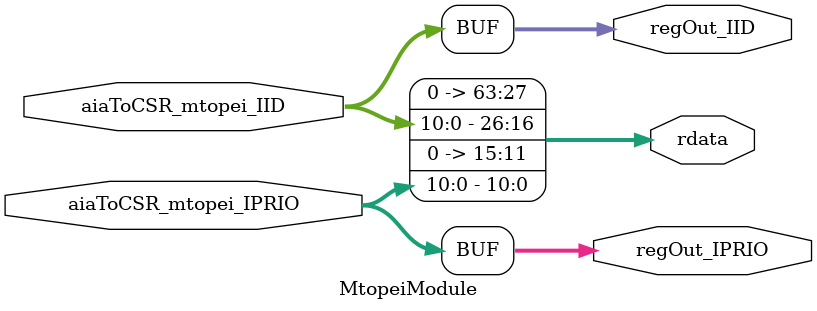
<source format=v>
`ifndef RANDOMIZE
  `ifdef RANDOMIZE_MEM_INIT
    `define RANDOMIZE
  `endif // RANDOMIZE_MEM_INIT
`endif // not def RANDOMIZE
`ifndef RANDOMIZE
  `ifdef RANDOMIZE_REG_INIT
    `define RANDOMIZE
  `endif // RANDOMIZE_REG_INIT
`endif // not def RANDOMIZE
`ifndef RANDOM
  `define RANDOM $random
`endif // not def RANDOM
// Users can define INIT_RANDOM as general code that gets injected into the
// initializer block for modules with registers.
`ifndef INIT_RANDOM
  `define INIT_RANDOM
`endif // not def INIT_RANDOM
// If using random initialization, you can also define RANDOMIZE_DELAY to
// customize the delay used, otherwise 0.002 is used.
`ifndef RANDOMIZE_DELAY
  `define RANDOMIZE_DELAY 0.002
`endif // not def RANDOMIZE_DELAY
// Define INIT_RANDOM_PROLOG_ for use in our modules below.
`ifndef INIT_RANDOM_PROLOG_
  `ifdef RANDOMIZE
    `ifdef VERILATOR
      `define INIT_RANDOM_PROLOG_ `INIT_RANDOM
    `else  // VERILATOR
      `define INIT_RANDOM_PROLOG_ `INIT_RANDOM #`RANDOMIZE_DELAY begin end
    `endif // VERILATOR
  `else  // RANDOMIZE
    `define INIT_RANDOM_PROLOG_
  `endif // RANDOMIZE
`endif // not def INIT_RANDOM_PROLOG_
// Include register initializers in init blocks unless synthesis is set
`ifndef SYNTHESIS
  `ifndef ENABLE_INITIAL_REG_
    `define ENABLE_INITIAL_REG_
  `endif // not def ENABLE_INITIAL_REG_
`endif // not def SYNTHESIS
// Include rmemory initializers in init blocks unless synthesis is set
`ifndef SYNTHESIS
  `ifndef ENABLE_INITIAL_MEM_
    `define ENABLE_INITIAL_MEM_
  `endif // not def ENABLE_INITIAL_MEM_
`endif // not def SYNTHESIS
module MtopeiModule(
  output [63:0] rdata,
  output [10:0] regOut_IID,
  output [10:0] regOut_IPRIO,
  input  [10:0] aiaToCSR_mtopei_IID,
  input  [10:0] aiaToCSR_mtopei_IPRIO
);

  assign rdata = {37'h0, aiaToCSR_mtopei_IID, 5'h0, aiaToCSR_mtopei_IPRIO};
  assign regOut_IID = aiaToCSR_mtopei_IID;
  assign regOut_IPRIO = aiaToCSR_mtopei_IPRIO;
endmodule


</source>
